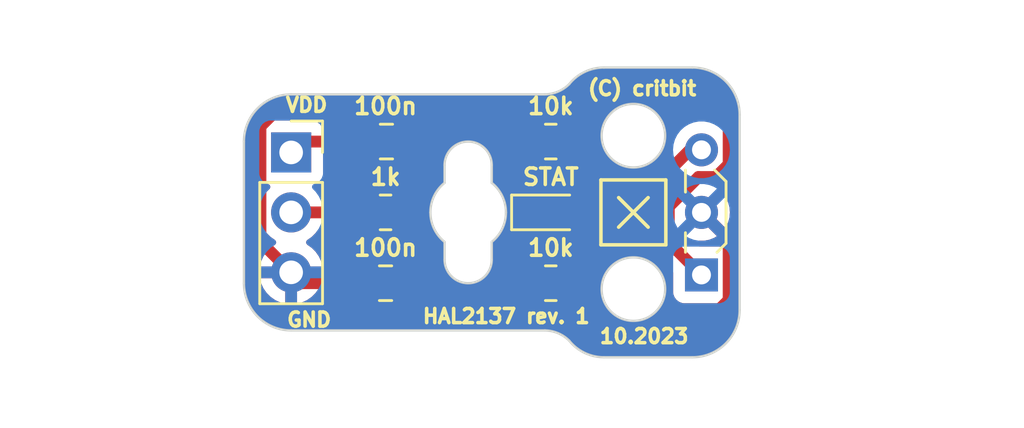
<source format=kicad_pcb>
(kicad_pcb (version 20221018) (generator pcbnew)
  (layers (0 "F.Cu" signal) (31 "B.Cu" signal) (34 "B.Paste" user) (35 "F.Paste" user) (36 "B.SilkS" user "B.Silkscreen") (37 "F.SilkS" user "F.Silkscreen") (38 "B.Mask" user) (39 "F.Mask" user) (44 "Edge.Cuts" user))
  (net 0 "")
  (net 1 "Net-(J1-Pin_1)")
  (net 2 "GND")
  (net 3 "Net-(D1-K)")
  (net 4 "Net-(D1-A)")
  (net 5 "Net-(J1-Pin_2)")
  (footprint "LED_SMD:LED_0603_1608Metric_Pad1.05x0.95mm_HandSolder" (layer "F.Cu") (at 56 39)
    (fp_text reference "D1" hide)
    (fp_text value "STAT" (at 0 -1.5) (layer "F.SilkS") (effects (font (size 0.7 0.7))))
    (fp_line (start -1.66 -0.735) (end -1.66 0.735) (stroke (width 0.12)) (layer "F.SilkS"))
    (fp_line (start -1.66 0.735) (end 0.8 0.735) (stroke (width 0.12)) (layer "F.SilkS"))
    (fp_line (start 0.8 -0.735) (end -1.66 -0.735) (stroke (width 0.12)) (layer "F.SilkS"))
    (pad "1" smd roundrect (at -0.875 0) (size 1.05 0.95) (layers "F.Cu" "F.Paste" "F.Mask") (net 3 "Net-(D1-K)"))
    (pad "2" smd roundrect (at 0.875 0) (size 1.05 0.95) (layers "F.Cu" "F.Paste" "F.Mask") (net 4 "Net-(D1-A)"))
  )
  (footprint "Sensor_Current:Diodes_SIP-3_4.1x1.5mm_P2.65mm" (layer "F.Cu") (at 62.385 41.65 90)
    (fp_text reference "U1" hide)
    (fp_text value "A1301EUA-T" hide)
    (fp_line (start 0.96 -0.68) (end 1.79 -0.68) (stroke (width 0.12)) (layer "F.SilkS"))
    (fp_line (start 0.96 0.658) (end 1.34 1.04) (stroke (width 0.12)) (layer "F.SilkS"))
    (fp_line (start 1.34 1.04) (end 3.96 1.04) (stroke (width 0.12)) (layer "F.SilkS"))
    (fp_line (start 3.51 -0.68) (end 4.44 -0.68) (stroke (width 0.12)) (layer "F.SilkS"))
    (fp_line (start 4.44 0.56) (end 3.96 1.04) (stroke (width 0.12)) (layer "F.SilkS"))
    (pad "1" thru_hole rect (at 0 0 90) (size 1.4 1.4) (drill 0.8) (layers "*.Cu" "*.Mask") (net 1 "Net-(J1-Pin_1)"))
    (pad "2" thru_hole circle (at 2.65 0 90) (size 1.4 1.4) (drill 0.8) (layers "*.Cu" "*.Mask") (net 2 "GND"))
    (pad "3" thru_hole circle (at 5.3 0 90) (size 1.4 1.4) (drill 0.8) (layers "*.Cu" "*.Mask") (net 3 "Net-(D1-K)"))
  )
  (footprint "Capacitor_SMD:C_0805_2012Metric_Pad1.18x1.45mm_HandSolder" (layer "F.Cu") (at 49.0375 36)
    (fp_text reference "C1" hide)
    (fp_text value "100n" (at -0.0375 -1.5 180) (layer "F.SilkS") (effects (font (size 0.7 0.7))))
    (fp_line (start -0.261252 -0.735) (end 0.261252 -0.735) (stroke (width 0.12)) (layer "F.SilkS"))
    (fp_line (start -0.261252 0.735) (end 0.261252 0.735) (stroke (width 0.12)) (layer "F.SilkS"))
    (pad "1" smd roundrect (at -1.0375 0) (size 1.175 1.45) (layers "F.Cu" "F.Paste" "F.Mask") (roundrect_rratio 0.212766) (net 1 "Net-(J1-Pin_1)"))
    (pad "2" smd roundrect (at 1.0375 0) (size 1.175 1.45) (layers "F.Cu" "F.Paste" "F.Mask") (roundrect_rratio 0.212766) (net 2 "GND"))
  )
  (footprint "Capacitor_SMD:C_0805_2012Metric_Pad1.18x1.45mm_HandSolder" (layer "F.Cu") (at 49 42 180)
    (fp_text reference "C2" hide)
    (fp_text value "100n" (at 0 1.5 180) (layer "F.SilkS") (effects (font (size 0.7 0.7))))
    (fp_line (start -0.261252 -0.735) (end 0.261252 -0.735) (stroke (width 0.12)) (layer "F.SilkS"))
    (fp_line (start -0.261252 0.735) (end 0.261252 0.735) (stroke (width 0.12)) (layer "F.SilkS"))
    (pad "1" smd roundrect (at -1.0375 0 180) (size 1.175 1.45) (layers "F.Cu" "F.Paste" "F.Mask") (roundrect_rratio 0.212766) (net 3 "Net-(D1-K)"))
    (pad "2" smd roundrect (at 1.0375 0 180) (size 1.175 1.45) (layers "F.Cu" "F.Paste" "F.Mask") (roundrect_rratio 0.212766) (net 2 "GND"))
  )
  (footprint "Resistor_SMD:R_0805_2012Metric_Pad1.20x1.40mm_HandSolder" (layer "F.Cu") (at 49 39)
    (fp_text reference "R2" hide)
    (fp_text value "1k" (at 0 -1.5 180) (layer "F.SilkS") (effects (font (size 0.7 0.7))))
    (fp_line (start -0.227064 -0.735) (end 0.227064 -0.735) (stroke (width 0.12)) (layer "F.SilkS"))
    (fp_line (start -0.227064 0.735) (end 0.227064 0.735) (stroke (width 0.12)) (layer "F.SilkS"))
    (pad "1" smd roundrect (at -1 0) (size 1.2 1.4) (layers "F.Cu" "F.Paste" "F.Mask") (roundrect_rratio 0.208333) (net 5 "Net-(J1-Pin_2)"))
    (pad "2" smd roundrect (at 1 0) (size 1.2 1.4) (layers "F.Cu" "F.Paste" "F.Mask") (roundrect_rratio 0.208333) (net 3 "Net-(D1-K)"))
  )
  (footprint "Resistor_SMD:R_0805_2012Metric_Pad1.20x1.40mm_HandSolder" (layer "F.Cu") (at 56 36)
    (fp_text reference "R1" hide)
    (fp_text value "10k" (at 0 -1.5 180) (layer "F.SilkS") (effects (font (size 0.7 0.7))))
    (fp_line (start -0.227064 -0.735) (end 0.227064 -0.735) (stroke (width 0.12)) (layer "F.SilkS"))
    (fp_line (start -0.227064 0.735) (end 0.227064 0.735) (stroke (width 0.12)) (layer "F.SilkS"))
    (pad "1" smd roundrect (at -1 0) (size 1.2 1.4) (layers "F.Cu" "F.Paste" "F.Mask") (roundrect_rratio 0.208333) (net 1 "Net-(J1-Pin_1)"))
    (pad "2" smd roundrect (at 1 0) (size 1.2 1.4) (layers "F.Cu" "F.Paste" "F.Mask") (roundrect_rratio 0.208333) (net 3 "Net-(D1-K)"))
  )
  (footprint "Resistor_SMD:R_0805_2012Metric_Pad1.20x1.40mm_HandSolder" (layer "F.Cu") (at 56 42 180)
    (fp_text reference "R3" hide)
    (fp_text value "10k" (at 0 1.5) (layer "F.SilkS") (effects (font (size 0.7 0.7))))
    (fp_line (start -0.227064 -0.735) (end 0.227064 -0.735) (stroke (width 0.12)) (layer "F.SilkS"))
    (fp_line (start -0.227064 0.735) (end 0.227064 0.735) (stroke (width 0.12)) (layer "F.SilkS"))
    (pad "1" smd roundrect (at -1 0 180) (size 1.2 1.4) (layers "F.Cu" "F.Paste" "F.Mask") (roundrect_rratio 0.208333) (net 1 "Net-(J1-Pin_1)"))
    (pad "2" smd roundrect (at 1 0 180) (size 1.2 1.4) (layers "F.Cu" "F.Paste" "F.Mask") (roundrect_rratio 0.208333) (net 4 "Net-(D1-A)"))
  )
  (footprint "Connector_PinSocket_2.54mm:PinSocket_1x03_P2.54mm_Vertical" (layer "F.Cu") (at 45 36.46)
    (fp_text reference "J1" hide)
    (fp_text value "Conn_01x03" hide)
    (fp_line (start -1.33 1.27) (end -1.33 6.41) (stroke (width 0.12)) (layer "F.SilkS"))
    (fp_line (start -1.33 1.27) (end 1.33 1.27) (stroke (width 0.12)) (layer "F.SilkS"))
    (fp_line (start -1.33 6.41) (end 1.33 6.41) (stroke (width 0.12)) (layer "F.SilkS"))
    (fp_line (start 0 -1.33) (end 1.33 -1.33) (stroke (width 0.12)) (layer "F.SilkS"))
    (fp_line (start 1.33 -1.33) (end 1.33 0) (stroke (width 0.12)) (layer "F.SilkS"))
    (fp_line (start 1.33 1.27) (end 1.33 6.41) (stroke (width 0.12)) (layer "F.SilkS"))
    (pad "1" thru_hole rect (at 0 0) (size 1.7 1.7) (drill 1) (layers "*.Cu" "*.Mask") (net 1 "Net-(J1-Pin_1)"))
    (pad "2" thru_hole oval (at 0 2.54) (size 1.7 1.7) (drill 1) (layers "*.Cu" "*.Mask") (net 5 "Net-(J1-Pin_2)"))
    (pad "3" thru_hole oval (at 0 5.08) (size 1.7 1.7) (drill 1) (layers "*.Cu" "*.Mask") (net 2 "GND"))
  )
  (gr_line (start 60.875 40.375) (end 60.875 37.625) (stroke (width 0.15)) (layer "F.SilkS"))
  (gr_line (start 58.125 37.625) (end 58.125 40.375) (stroke (width 0.15)) (layer "F.SilkS"))
  (gr_line (start 58.875 38.375) (end 60.125 39.625) (stroke (width 0.15)) (layer "F.SilkS"))
  (gr_line (start 60.125 38.375) (end 58.875 39.625) (stroke (width 0.15)) (layer "F.SilkS"))
  (gr_line (start 58.125 40.375) (end 60.875 40.375) (stroke (width 0.15)) (layer "F.SilkS"))
  (gr_line (start 60.875 37.625) (end 58.125 37.625) (stroke (width 0.15)) (layer "F.SilkS"))
  (gr_arc (start 43 36) (mid 43.585786 34.585786) (end 45 34) (stroke (width 0.1)) (layer "Edge.Cuts"))
  (gr_line (start 43 36) (end 43 42) (stroke (width 0.1)) (layer "Edge.Cuts"))
  (gr_line (start 62 32.863233) (end 58.25 32.863233) (stroke (width 0.1)) (layer "Edge.Cuts"))
  (gr_line (start 45 44) (end 55.75 44) (stroke (width 0.1)) (layer "Edge.Cuts"))
  (gr_arc (start 55.75 44) (mid 56.310289 44.118937) (end 56.785169 44.439185) (stroke (width 0.1)) (layer "Edge.Cuts"))
  (gr_arc (start 62 32.863233) (mid 63.414214 33.449019) (end 64 34.863233) (stroke (width 0.1)) (layer "Edge.Cuts"))
  (gr_arc (start 54.100781 39) (mid 53.942789 39.69344) (end 53.5 40.25) (stroke (width 0.1)) (layer "Edge.Cuts"))
  (gr_arc (start 56.785169 33.560815) (mid 56.310289 33.881064) (end 55.75 34) (stroke (width 0.1)) (layer "Edge.Cuts"))
  (gr_arc (start 50.899219 39) (mid 51.057211 38.30656) (end 51.5 37.75) (stroke (width 0.1)) (layer "Edge.Cuts"))
  (gr_circle (center 59.5 42.25) (end 60.75 41.75) (stroke (width 0.1)) (fill none) (layer "Edge.Cuts"))
  (gr_arc (start 51.5 40.25) (mid 51.057211 39.69344) (end 50.899219 39) (stroke (width 0.1)) (layer "Edge.Cuts"))
  (gr_arc (start 64 43.136767) (mid 63.414225 44.551002) (end 62 45.136767) (stroke (width 0.1)) (layer "Edge.Cuts"))
  (gr_arc (start 56.785169 33.560815) (mid 57.438774 33.046532) (end 58.25 32.863233) (stroke (width 0.1)) (layer "Edge.Cuts"))
  (gr_line (start 53.5 37) (end 53.5 37.75) (stroke (width 0.1)) (layer "Edge.Cuts"))
  (gr_line (start 53.5 41) (end 53.5 40.25) (stroke (width 0.1)) (layer "Edge.Cuts"))
  (gr_line (start 51.5 41) (end 51.5 40.25) (stroke (width 0.1)) (layer "Edge.Cuts"))
  (gr_line (start 64 39) (end 64 43.136767) (stroke (width 0.1)) (layer "Edge.Cuts"))
  (gr_arc (start 53.5 41) (mid 52.5 42) (end 51.5 41) (stroke (width 0.1)) (layer "Edge.Cuts"))
  (gr_line (start 55.75 34) (end 45 34) (stroke (width 0.1)) (layer "Edge.Cuts"))
  (gr_arc (start 58.25 45.136767) (mid 57.438774 44.953468) (end 56.785169 44.439185) (stroke (width 0.1)) (layer "Edge.Cuts"))
  (gr_arc (start 51.5 37) (mid 52.5 36) (end 53.5 37) (stroke (width 0.1)) (layer "Edge.Cuts"))
  (gr_circle (center 59.5 35.75) (end 60.75 35.25) (stroke (width 0.1)) (fill none) (layer "Edge.Cuts"))
  (gr_line (start 64 34.863233) (end 64 39) (stroke (width 0.1)) (layer "Edge.Cuts"))
  (gr_line (start 51.5 37) (end 51.5 37.75) (stroke (width 0.1)) (layer "Edge.Cuts"))
  (gr_line (start 58.25 45.136767) (end 62 45.136767) (stroke (width 0.1)) (layer "Edge.Cuts"))
  (gr_arc (start 53.5 37.75) (mid 53.942789 38.30656) (end 54.100781 39) (stroke (width 0.1)) (layer "Edge.Cuts"))
  (gr_arc (start 45 44) (mid 43.585786 43.414214) (end 43 42) (stroke (width 0.1)) (layer "Edge.Cuts"))
  (gr_text "VDD" (at 44.7 34.8) (layer "F.SilkS") (effects (font (size 0.6 0.6)) (justify left bottom)))
  (gr_text "GND" (at 44.75 43.9) (layer "F.SilkS") (effects (font (size 0.6 0.6)) (justify left bottom)))
  (gr_text "HAL2137 rev. 1" (at 50.5 43.75) (layer "F.SilkS") (effects (font (size 0.6 0.6)) (justify left bottom)))
  (gr_text "10.2023" (at 58 44.6) (layer "F.SilkS") (effects (font (size 0.6 0.6)) (justify left bottom)))
  (gr_text "(C) critbit" (at 57.5 34.1) (layer "F.SilkS") (effects (font (size 0.6 0.6)) (justify left bottom)))
  (segment (start 63.535 36.965) (end 63.535 35.285) (width 0.5) (layer "F.Cu") (net 1))
  (segment (start 55.9 34.85) (end 55 35.75) (width 0.5) (layer "F.Cu") (net 1))
  (segment (start 51.295544 36.634631) (end 51.295544 36.279456) (width 0.5) (layer "F.Cu") (net 1))
  (segment (start 61 38.758654) (end 62.258654 37.5) (width 0.5) (layer "F.Cu") (net 1))
  (segment (start 54.747407 35.747407) (end 55 36) (width 0.5) (layer "F.Cu") (net 1))
  (segment (start 48 36) (end 45.46 36) (width 0.5) (layer "F.Cu") (net 1))
  (segment (start 62 33.75) (end 57.875 33.75) (width 0.5) (layer "F.Cu") (net 1))
  (segment (start 45.46 36) (end 45 36.46) (width 0.5) (layer "F.Cu") (net 1))
  (segment (start 49.5 37.5) (end 50.430175 37.5) (width 0.5) (layer "F.Cu") (net 1))
  (segment (start 62.258654 37.5) (end 63 37.5) (width 0.5) (layer "F.Cu") (net 1))
  (segment (start 61 40.5) (end 61.235 40.5) (width 0.5) (layer "F.Cu") (net 1))
  (segment (start 50.430175 37.5) (end 51.295544 36.634631) (width 0.5) (layer "F.Cu") (net 1))
  (segment (start 51.295544 36.279456) (end 51.827593 35.747407) (width 0.5) (layer "F.Cu") (net 1))
  (segment (start 63.535 35.285) (end 62 33.75) (width 0.5) (layer "F.Cu") (net 1))
  (segment (start 61.235 40.5) (end 62.385 41.65) (width 0.5) (layer "F.Cu") (net 1))
  (segment (start 58.5 40.5) (end 61 40.5) (width 0.5) (layer "F.Cu") (net 1))
  (segment (start 51.827593 35.747407) (end 54.747407 35.747407) (width 0.5) (layer "F.Cu") (net 1))
  (segment (start 57.875 33.75) (end 56.775 34.85) (width 0.5) (layer "F.Cu") (net 1))
  (segment (start 57 42) (end 58.5 40.5) (width 0.5) (layer "F.Cu") (net 1))
  (segment (start 48 36) (end 49.5 37.5) (width 0.5) (layer "F.Cu") (net 1))
  (segment (start 55 35.75) (end 55 36) (width 0.5) (layer "F.Cu") (net 1))
  (segment (start 63 37.5) (end 63.535 36.965) (width 0.5) (layer "F.Cu") (net 1))
  (segment (start 56.775 34.85) (end 55.9 34.85) (width 0.5) (layer "F.Cu") (net 1))
  (segment (start 61 40.5) (end 61 38.758654) (width 0.5) (layer "F.Cu") (net 1))
  (segment (start 57.75 44.5) (end 56.75 43.5) (width 0.5) (layer "F.Cu") (net 2))
  (segment (start 50.075 36) (end 48.825 34.75) (width 0.5) (layer "F.Cu") (net 2))
  (segment (start 63.535 40.15) (end 63.535 42.715) (width 0.5) (layer "F.Cu") (net 2))
  (segment (start 63.535 42.715) (end 61.75 44.5) (width 0.5) (layer "F.Cu") (net 2))
  (segment (start 47.9625 43.2125) (end 47.9625 42) (width 0.5) (layer "F.Cu") (net 2))
  (segment (start 45.46 42) (end 45 41.54) (width 0.5) (layer "F.Cu") (net 2))
  (segment (start 61.75 44.5) (end 57.75 44.5) (width 0.5) (layer "F.Cu") (net 2))
  (segment (start 48.25 43.5) (end 47.9625 43.2125) (width 0.5) (layer "F.Cu") (net 2))
  (segment (start 43.7 35.358813) (end 43.7 40.24) (width 0.5) (layer "F.Cu") (net 2))
  (segment (start 44.308813 34.75) (end 43.7 35.358813) (width 0.5) (layer "F.Cu") (net 2))
  (segment (start 56.75 43.5) (end 48.25 43.5) (width 0.5) (layer "F.Cu") (net 2))
  (segment (start 47.9625 42) (end 45.46 42) (width 0.5) (layer "F.Cu") (net 2))
  (segment (start 48.825 34.75) (end 44.308813 34.75) (width 0.5) (layer "F.Cu") (net 2))
  (segment (start 43.7 40.24) (end 45 41.54) (width 0.5) (layer "F.Cu") (net 2))
  (segment (start 62.385 39) (end 63.535 40.15) (width 0.5) (layer "F.Cu") (net 2))
  (segment (start 50.0375 42) (end 50.290093 42.252593) (width 0.5) (layer "F.Cu") (net 3))
  (segment (start 54.975 38.025) (end 57 36) (width 0.5) (layer "F.Cu") (net 3))
  (segment (start 53.95 41.5) (end 53.95 41.260051) (width 0.5) (layer "F.Cu") (net 3))
  (segment (start 61.9 36.35) (end 62.385 36.35) (width 0.5) (layer "F.Cu") (net 3))
  (segment (start 50.0375 39.0375) (end 50 39) (width 0.5) (layer "F.Cu") (net 3))
  (segment (start 58.5 37.5) (end 60.75 37.5) (width 0.5) (layer "F.Cu") (net 3))
  (segment (start 57 36) (end 58.5 37.5) (width 0.5) (layer "F.Cu") (net 3))
  (segment (start 53.197407 42.252593) (end 53.95 41.5) (width 0.5) (layer "F.Cu") (net 3))
  (segment (start 50.290093 42.252593) (end 53.197407 42.252593) (width 0.5) (layer "F.Cu") (net 3))
  (segment (start 53.95 41.260051) (end 54.975 40.235051) (width 0.5) (layer "F.Cu") (net 3))
  (segment (start 50.0375 42) (end 50.0375 39.0375) (width 0.5) (layer "F.Cu") (net 3))
  (segment (start 54.975 40.235051) (end 54.975 39) (width 0.5) (layer "F.Cu") (net 3))
  (segment (start 60.75 37.5) (end 61.9 36.35) (width 0.5) (layer "F.Cu") (net 3))
  (segment (start 54.975 39) (end 54.975 38.025) (width 0.5) (layer "F.Cu") (net 3))
  (segment (start 57.025 39.475) (end 55 41.5) (width 0.5) (layer "F.Cu") (net 4))
  (segment (start 57.025 39) (end 57.025 39.475) (width 0.5) (layer "F.Cu") (net 4))
  (segment (start 55 41.5) (end 55 42) (width 0.5) (layer "F.Cu") (net 4))
  (segment (start 48 39) (end 45 39) (width 0.5) (layer "F.Cu") (net 5))
  (zone (net 2) (net_name "GND") (layers "F&B.Cu") (connect_pads (clearance 0.5)) (min_thickness 0.25) (fill yes (thermal_gap 0.5) (thermal_bridge_width 0.5))
    (polygon (pts (xy 43 32.75) (xy 43 45.25) (xy 64 45.25) (xy 64 32.75)))
  )
)
</source>
